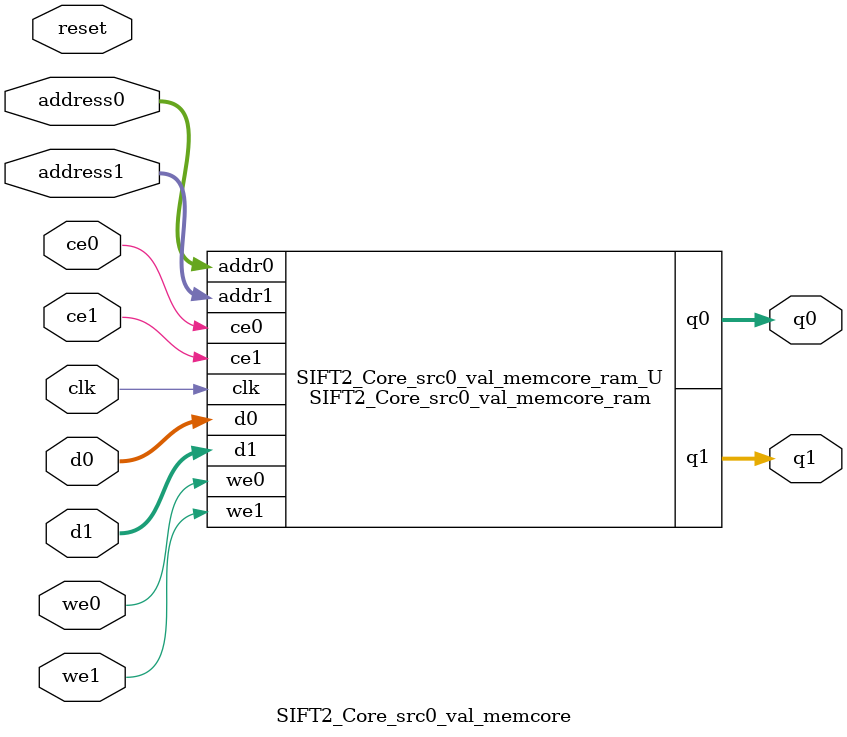
<source format=v>

`timescale 1 ns / 1 ps
module SIFT2_Core_src0_val_memcore_ram (addr0, ce0, d0, we0, q0, addr1, ce1, d1, we1, q1,  clk);

parameter DWIDTH = 8;
parameter AWIDTH = 17;
parameter MEM_SIZE = 131072;

input[AWIDTH-1:0] addr0;
input ce0;
input[DWIDTH-1:0] d0;
input we0;
output reg[DWIDTH-1:0] q0;
input[AWIDTH-1:0] addr1;
input ce1;
input[DWIDTH-1:0] d1;
input we1;
output reg[DWIDTH-1:0] q1;
input clk;

(* ram_style = "block" *)reg [DWIDTH-1:0] ram[0:MEM_SIZE-1];




always @(posedge clk)  
begin 
    if (ce0) 
    begin
        if (we0) 
        begin 
            ram[addr0] <= d0; 
            q0 <= d0;
        end 
        else 
            q0 <= ram[addr0];
    end
end


always @(posedge clk)  
begin 
    if (ce1) 
    begin
        if (we1) 
        begin 
            ram[addr1] <= d1; 
            q1 <= d1;
        end 
        else 
            q1 <= ram[addr1];
    end
end


endmodule


`timescale 1 ns / 1 ps
module SIFT2_Core_src0_val_memcore(
    reset,
    clk,
    address0,
    ce0,
    we0,
    d0,
    q0,
    address1,
    ce1,
    we1,
    d1,
    q1);

parameter DataWidth = 32'd8;
parameter AddressRange = 32'd131072;
parameter AddressWidth = 32'd17;
input reset;
input clk;
input[AddressWidth - 1:0] address0;
input ce0;
input we0;
input[DataWidth - 1:0] d0;
output[DataWidth - 1:0] q0;
input[AddressWidth - 1:0] address1;
input ce1;
input we1;
input[DataWidth - 1:0] d1;
output[DataWidth - 1:0] q1;



SIFT2_Core_src0_val_memcore_ram SIFT2_Core_src0_val_memcore_ram_U(
    .clk( clk ),
    .addr0( address0 ),
    .ce0( ce0 ),
    .we0( we0 ),
    .d0( d0 ),
    .q0( q0 ),
    .addr1( address1 ),
    .ce1( ce1 ),
    .we1( we1 ),
    .d1( d1 ),
    .q1( q1 ));

endmodule


</source>
